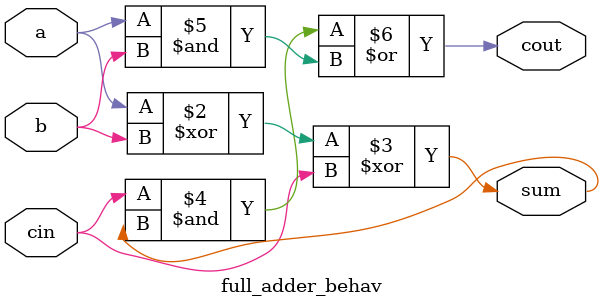
<source format=v>
module full_adder_behav(
	input a,
	input b,
	input cin,
	output reg sum,
	output reg cout
	);
	
	always @ (*) begin
		sum = (a ^ b) ^ cin;
		cout = (cin & sum) | (a & b);
	end
	
endmodule

</source>
